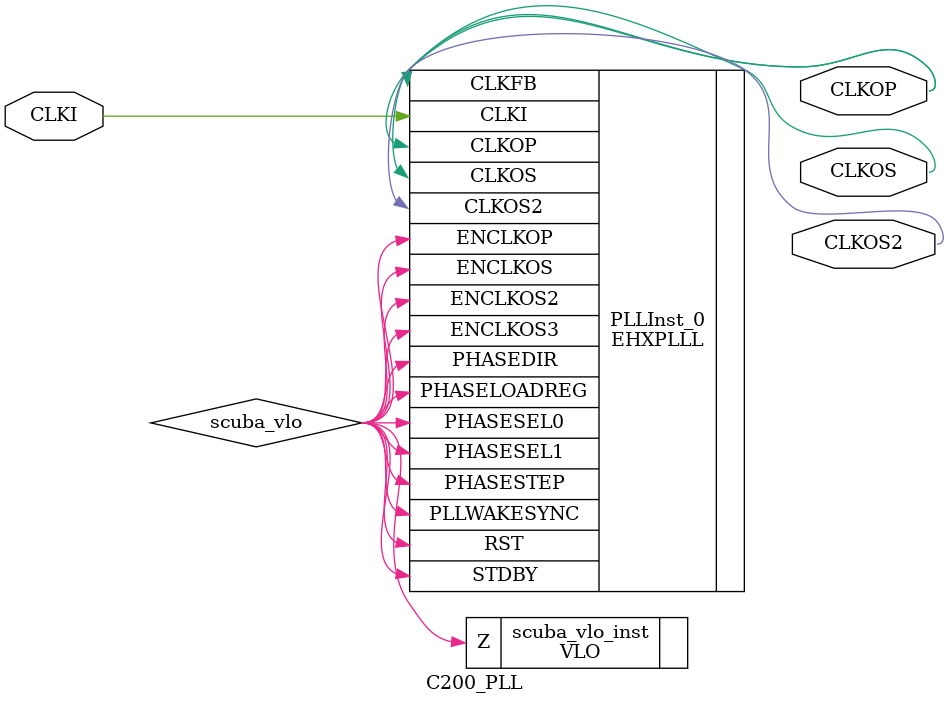
<source format=v>

module C200_PLL (CLKI, CLKOP, CLKOS, CLKOS2) /* synthesis NGD_DRC_MASK=1, syn_module_defined=1 */ ;   // c:/users/guoxiang/desktop/fpga/c200/program_formal/c200/c200_fpga_gp22_22080910/c200_fpga_gp22_22080910/c200_fpga/c200_pll/c200_pll.v(8[8:16])
    input CLKI;   // c:/users/guoxiang/desktop/fpga/c200/program_formal/c200/c200_fpga_gp22_22080910/c200_fpga_gp22_22080910/c200_fpga/c200_pll/c200_pll.v(9[16:20])
    output CLKOP;   // c:/users/guoxiang/desktop/fpga/c200/program_formal/c200/c200_fpga_gp22_22080910/c200_fpga_gp22_22080910/c200_fpga/c200_pll/c200_pll.v(10[17:22])
    output CLKOS;   // c:/users/guoxiang/desktop/fpga/c200/program_formal/c200/c200_fpga_gp22_22080910/c200_fpga_gp22_22080910/c200_fpga/c200_pll/c200_pll.v(11[17:22])
    output CLKOS2;   // c:/users/guoxiang/desktop/fpga/c200/program_formal/c200/c200_fpga_gp22_22080910/c200_fpga_gp22_22080910/c200_fpga/c200_pll/c200_pll.v(12[17:23])
    
    wire CLKI /* synthesis is_clock=1 */ ;   // c:/users/guoxiang/desktop/fpga/c200/program_formal/c200/c200_fpga_gp22_22080910/c200_fpga_gp22_22080910/c200_fpga/c200_pll/c200_pll.v(9[16:20])
    wire CLKOP /* synthesis is_clock=1 */ ;   // c:/users/guoxiang/desktop/fpga/c200/program_formal/c200/c200_fpga_gp22_22080910/c200_fpga_gp22_22080910/c200_fpga/c200_pll/c200_pll.v(10[17:22])
    
    wire scuba_vlo, VCC_net;
    
    VLO scuba_vlo_inst (.Z(scuba_vlo));
    EHXPLLL PLLInst_0 (.CLKI(CLKI), .CLKFB(CLKOP), .PHASESEL0(scuba_vlo), 
            .PHASESEL1(scuba_vlo), .PHASEDIR(scuba_vlo), .PHASESTEP(scuba_vlo), 
            .PHASELOADREG(scuba_vlo), .STDBY(scuba_vlo), .PLLWAKESYNC(scuba_vlo), 
            .RST(scuba_vlo), .ENCLKOP(scuba_vlo), .ENCLKOS(scuba_vlo), 
            .ENCLKOS2(scuba_vlo), .ENCLKOS3(scuba_vlo), .CLKOP(CLKOP), 
            .CLKOS(CLKOS), .CLKOS2(CLKOS2)) /* synthesis FREQUENCY_PIN_CLKOS2="100.000000", FREQUENCY_PIN_CLKOS="50.000000", FREQUENCY_PIN_CLKOP="25.000000", FREQUENCY_PIN_CLKI="50.000000", ICP_CURRENT="5", LPF_RESISTOR="16", syn_instantiated=1 */ ;
    defparam PLLInst_0.CLKI_DIV = 2;
    defparam PLLInst_0.CLKFB_DIV = 1;
    defparam PLLInst_0.CLKOP_DIV = 24;
    defparam PLLInst_0.CLKOS_DIV = 12;
    defparam PLLInst_0.CLKOS2_DIV = 6;
    defparam PLLInst_0.CLKOS3_DIV = 1;
    defparam PLLInst_0.CLKOP_ENABLE = "ENABLED";
    defparam PLLInst_0.CLKOS_ENABLE = "ENABLED";
    defparam PLLInst_0.CLKOS2_ENABLE = "ENABLED";
    defparam PLLInst_0.CLKOS3_ENABLE = "DISABLED";
    defparam PLLInst_0.CLKOP_CPHASE = 23;
    defparam PLLInst_0.CLKOS_CPHASE = 11;
    defparam PLLInst_0.CLKOS2_CPHASE = 5;
    defparam PLLInst_0.CLKOS3_CPHASE = 0;
    defparam PLLInst_0.CLKOP_FPHASE = 0;
    defparam PLLInst_0.CLKOS_FPHASE = 0;
    defparam PLLInst_0.CLKOS2_FPHASE = 0;
    defparam PLLInst_0.CLKOS3_FPHASE = 0;
    defparam PLLInst_0.FEEDBK_PATH = "CLKOP";
    defparam PLLInst_0.CLKOP_TRIM_POL = "FALLING";
    defparam PLLInst_0.CLKOP_TRIM_DELAY = 0;
    defparam PLLInst_0.CLKOS_TRIM_POL = "FALLING";
    defparam PLLInst_0.CLKOS_TRIM_DELAY = 0;
    defparam PLLInst_0.OUTDIVIDER_MUXA = "DIVA";
    defparam PLLInst_0.OUTDIVIDER_MUXB = "DIVB";
    defparam PLLInst_0.OUTDIVIDER_MUXC = "DIVC";
    defparam PLLInst_0.OUTDIVIDER_MUXD = "DIVD";
    defparam PLLInst_0.PLL_LOCK_MODE = 0;
    defparam PLLInst_0.PLL_LOCK_DELAY = 200;
    defparam PLLInst_0.STDBY_ENABLE = "DISABLED";
    defparam PLLInst_0.REFIN_RESET = "DISABLED";
    defparam PLLInst_0.SYNC_ENABLE = "DISABLED";
    defparam PLLInst_0.INT_LOCK_STICKY = "ENABLED";
    defparam PLLInst_0.DPHASE_SOURCE = "DISABLED";
    defparam PLLInst_0.PLLRST_ENA = "DISABLED";
    defparam PLLInst_0.INTFB_WAKE = "DISABLED";
    GSR GSR_INST (.GSR(VCC_net));
    PUR PUR_INST (.PUR(VCC_net));
    defparam PUR_INST.RST_PULSE = 1;
    VHI i85 (.Z(VCC_net));
    
endmodule
//
// Verilog Description of module PUR
// module not written out since it is a black-box. 
//


</source>
